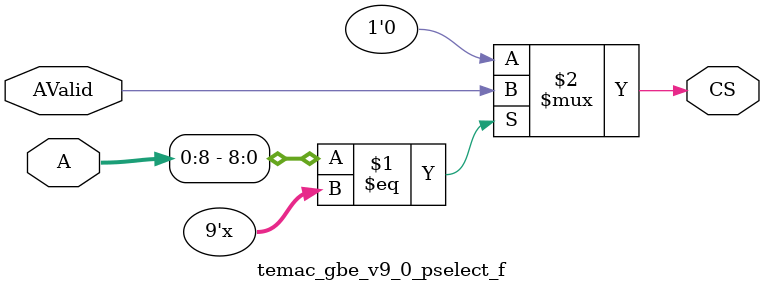
<source format=v>
`timescale 1 ps/1 ps

module temac_gbe_v9_0_pselect_f ( A, AValid, CS) ;

parameter C_AB  = 9;
parameter C_AW  = 32;
parameter [0:C_AW - 1] C_BAR =  'bz;
parameter C_FAMILY  = "nofamily";
input[0:C_AW-1] A; 
input AValid; 
output CS; 
wire CS;
parameter [0:C_AB-1]BAR = C_BAR[0:C_AB-1];

//----------------------------------------------------------------------------
// Build a behavioral decoder
//----------------------------------------------------------------------------
generate
if (C_AB > 0) begin : XST_WA
assign CS = (A[0:C_AB - 1] == BAR[0:C_AB - 1]) ? AValid : 1'b0 ;
end
endgenerate

generate
if (C_AB == 0) begin : PASS_ON_GEN
assign CS = AValid ;
end
endgenerate
endmodule

</source>
